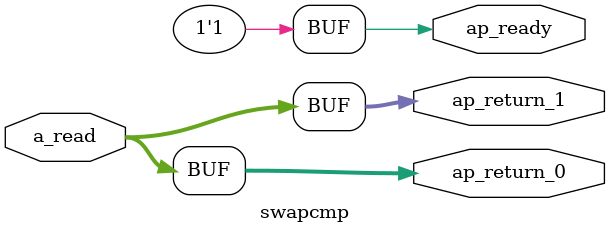
<source format=v>

`timescale 1 ns / 1 ps 

module swapcmp (
        ap_ready,
        a_read,
        ap_return_0,
        ap_return_1
);


output   ap_ready;
input  [31:0] a_read;
output  [31:0] ap_return_0;
output  [31:0] ap_return_1;

assign ap_ready = 1'b1;

assign ap_return_0 = a_read;

assign ap_return_1 = a_read;

endmodule //swapcmp

</source>
